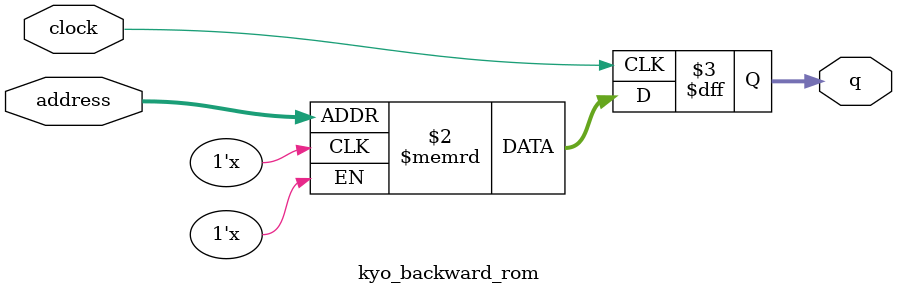
<source format=sv>
module kyo_backward_rom (
	input logic clock,
	input logic [15:0] address,
	output logic [2:0] q
);

logic [2:0] memory [0:61439] /* synthesis ram_init_file = "./kyo_backward/kyo_backward.COE" */;

always_ff @ (posedge clock) begin
	q <= memory[address];
end

endmodule

</source>
